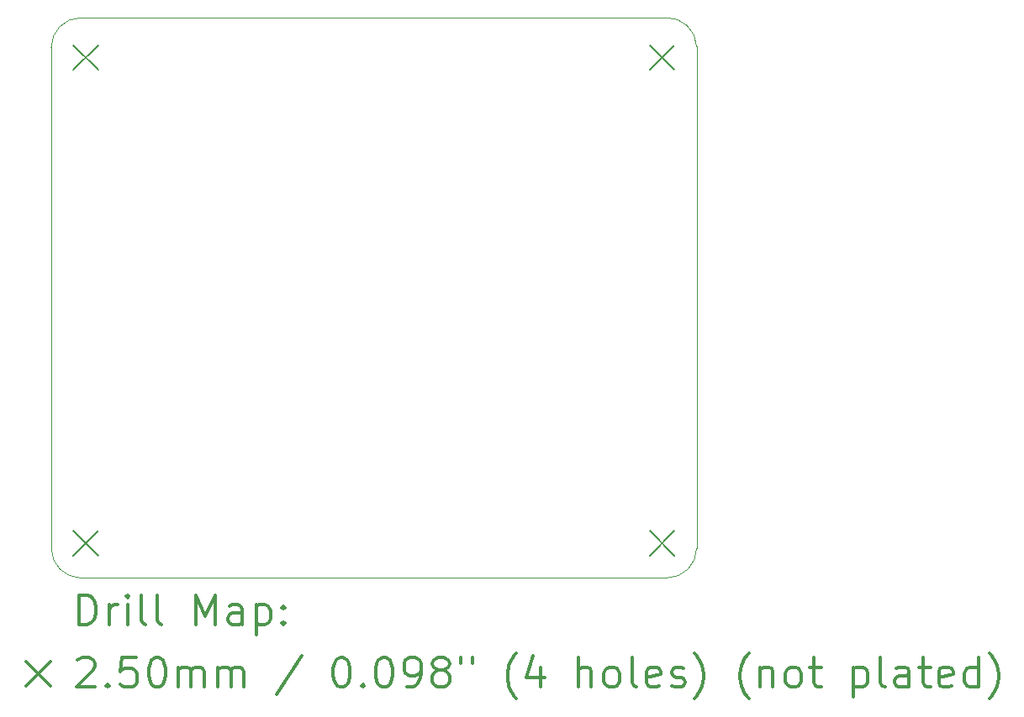
<source format=gbr>
%FSLAX45Y45*%
G04 Gerber Fmt 4.5, Leading zero omitted, Abs format (unit mm)*
G04 Created by KiCad (PCBNEW (5.1.7-0-10_14)) date 2020-11-05 09:31:54*
%MOMM*%
%LPD*%
G01*
G04 APERTURE LIST*
%TA.AperFunction,Profile*%
%ADD10C,0.100000*%
%TD*%
%ADD11C,0.200000*%
%ADD12C,0.300000*%
G04 APERTURE END LIST*
D10*
X17250000Y-6640000D02*
G75*
G03*
X16940000Y-6350000I-300000J-10000D01*
G01*
X17250000Y-11700000D02*
G75*
G02*
X16950000Y-12000000I-300000J0D01*
G01*
X10750000Y-11700000D02*
G75*
G03*
X11050000Y-12000000I300000J0D01*
G01*
X10750000Y-6650000D02*
G75*
G02*
X11050000Y-6350000I300000J0D01*
G01*
X11050000Y-6350000D02*
X16940000Y-6350000D01*
X10750000Y-11700000D02*
X10750000Y-6650000D01*
X16950000Y-12000000D02*
X11050000Y-12000000D01*
X17250000Y-6640000D02*
X17250000Y-11700000D01*
D11*
X16775000Y-11525000D02*
X17025000Y-11775000D01*
X17025000Y-11525000D02*
X16775000Y-11775000D01*
X10975000Y-11525000D02*
X11225000Y-11775000D01*
X11225000Y-11525000D02*
X10975000Y-11775000D01*
X10975000Y-6625000D02*
X11225000Y-6875000D01*
X11225000Y-6625000D02*
X10975000Y-6875000D01*
X16775000Y-6625000D02*
X17025000Y-6875000D01*
X17025000Y-6625000D02*
X16775000Y-6875000D01*
D12*
X11031428Y-12470714D02*
X11031428Y-12170714D01*
X11102857Y-12170714D01*
X11145714Y-12185000D01*
X11174286Y-12213571D01*
X11188571Y-12242143D01*
X11202857Y-12299286D01*
X11202857Y-12342143D01*
X11188571Y-12399286D01*
X11174286Y-12427857D01*
X11145714Y-12456429D01*
X11102857Y-12470714D01*
X11031428Y-12470714D01*
X11331428Y-12470714D02*
X11331428Y-12270714D01*
X11331428Y-12327857D02*
X11345714Y-12299286D01*
X11360000Y-12285000D01*
X11388571Y-12270714D01*
X11417143Y-12270714D01*
X11517143Y-12470714D02*
X11517143Y-12270714D01*
X11517143Y-12170714D02*
X11502857Y-12185000D01*
X11517143Y-12199286D01*
X11531428Y-12185000D01*
X11517143Y-12170714D01*
X11517143Y-12199286D01*
X11702857Y-12470714D02*
X11674286Y-12456429D01*
X11660000Y-12427857D01*
X11660000Y-12170714D01*
X11860000Y-12470714D02*
X11831428Y-12456429D01*
X11817143Y-12427857D01*
X11817143Y-12170714D01*
X12202857Y-12470714D02*
X12202857Y-12170714D01*
X12302857Y-12385000D01*
X12402857Y-12170714D01*
X12402857Y-12470714D01*
X12674286Y-12470714D02*
X12674286Y-12313571D01*
X12660000Y-12285000D01*
X12631428Y-12270714D01*
X12574286Y-12270714D01*
X12545714Y-12285000D01*
X12674286Y-12456429D02*
X12645714Y-12470714D01*
X12574286Y-12470714D01*
X12545714Y-12456429D01*
X12531428Y-12427857D01*
X12531428Y-12399286D01*
X12545714Y-12370714D01*
X12574286Y-12356429D01*
X12645714Y-12356429D01*
X12674286Y-12342143D01*
X12817143Y-12270714D02*
X12817143Y-12570714D01*
X12817143Y-12285000D02*
X12845714Y-12270714D01*
X12902857Y-12270714D01*
X12931428Y-12285000D01*
X12945714Y-12299286D01*
X12960000Y-12327857D01*
X12960000Y-12413571D01*
X12945714Y-12442143D01*
X12931428Y-12456429D01*
X12902857Y-12470714D01*
X12845714Y-12470714D01*
X12817143Y-12456429D01*
X13088571Y-12442143D02*
X13102857Y-12456429D01*
X13088571Y-12470714D01*
X13074286Y-12456429D01*
X13088571Y-12442143D01*
X13088571Y-12470714D01*
X13088571Y-12285000D02*
X13102857Y-12299286D01*
X13088571Y-12313571D01*
X13074286Y-12299286D01*
X13088571Y-12285000D01*
X13088571Y-12313571D01*
X10495000Y-12840000D02*
X10745000Y-13090000D01*
X10745000Y-12840000D02*
X10495000Y-13090000D01*
X11017143Y-12829286D02*
X11031428Y-12815000D01*
X11060000Y-12800714D01*
X11131428Y-12800714D01*
X11160000Y-12815000D01*
X11174286Y-12829286D01*
X11188571Y-12857857D01*
X11188571Y-12886429D01*
X11174286Y-12929286D01*
X11002857Y-13100714D01*
X11188571Y-13100714D01*
X11317143Y-13072143D02*
X11331428Y-13086429D01*
X11317143Y-13100714D01*
X11302857Y-13086429D01*
X11317143Y-13072143D01*
X11317143Y-13100714D01*
X11602857Y-12800714D02*
X11460000Y-12800714D01*
X11445714Y-12943571D01*
X11460000Y-12929286D01*
X11488571Y-12915000D01*
X11560000Y-12915000D01*
X11588571Y-12929286D01*
X11602857Y-12943571D01*
X11617143Y-12972143D01*
X11617143Y-13043571D01*
X11602857Y-13072143D01*
X11588571Y-13086429D01*
X11560000Y-13100714D01*
X11488571Y-13100714D01*
X11460000Y-13086429D01*
X11445714Y-13072143D01*
X11802857Y-12800714D02*
X11831428Y-12800714D01*
X11860000Y-12815000D01*
X11874286Y-12829286D01*
X11888571Y-12857857D01*
X11902857Y-12915000D01*
X11902857Y-12986429D01*
X11888571Y-13043571D01*
X11874286Y-13072143D01*
X11860000Y-13086429D01*
X11831428Y-13100714D01*
X11802857Y-13100714D01*
X11774286Y-13086429D01*
X11760000Y-13072143D01*
X11745714Y-13043571D01*
X11731428Y-12986429D01*
X11731428Y-12915000D01*
X11745714Y-12857857D01*
X11760000Y-12829286D01*
X11774286Y-12815000D01*
X11802857Y-12800714D01*
X12031428Y-13100714D02*
X12031428Y-12900714D01*
X12031428Y-12929286D02*
X12045714Y-12915000D01*
X12074286Y-12900714D01*
X12117143Y-12900714D01*
X12145714Y-12915000D01*
X12160000Y-12943571D01*
X12160000Y-13100714D01*
X12160000Y-12943571D02*
X12174286Y-12915000D01*
X12202857Y-12900714D01*
X12245714Y-12900714D01*
X12274286Y-12915000D01*
X12288571Y-12943571D01*
X12288571Y-13100714D01*
X12431428Y-13100714D02*
X12431428Y-12900714D01*
X12431428Y-12929286D02*
X12445714Y-12915000D01*
X12474286Y-12900714D01*
X12517143Y-12900714D01*
X12545714Y-12915000D01*
X12560000Y-12943571D01*
X12560000Y-13100714D01*
X12560000Y-12943571D02*
X12574286Y-12915000D01*
X12602857Y-12900714D01*
X12645714Y-12900714D01*
X12674286Y-12915000D01*
X12688571Y-12943571D01*
X12688571Y-13100714D01*
X13274286Y-12786429D02*
X13017143Y-13172143D01*
X13660000Y-12800714D02*
X13688571Y-12800714D01*
X13717143Y-12815000D01*
X13731428Y-12829286D01*
X13745714Y-12857857D01*
X13760000Y-12915000D01*
X13760000Y-12986429D01*
X13745714Y-13043571D01*
X13731428Y-13072143D01*
X13717143Y-13086429D01*
X13688571Y-13100714D01*
X13660000Y-13100714D01*
X13631428Y-13086429D01*
X13617143Y-13072143D01*
X13602857Y-13043571D01*
X13588571Y-12986429D01*
X13588571Y-12915000D01*
X13602857Y-12857857D01*
X13617143Y-12829286D01*
X13631428Y-12815000D01*
X13660000Y-12800714D01*
X13888571Y-13072143D02*
X13902857Y-13086429D01*
X13888571Y-13100714D01*
X13874286Y-13086429D01*
X13888571Y-13072143D01*
X13888571Y-13100714D01*
X14088571Y-12800714D02*
X14117143Y-12800714D01*
X14145714Y-12815000D01*
X14160000Y-12829286D01*
X14174286Y-12857857D01*
X14188571Y-12915000D01*
X14188571Y-12986429D01*
X14174286Y-13043571D01*
X14160000Y-13072143D01*
X14145714Y-13086429D01*
X14117143Y-13100714D01*
X14088571Y-13100714D01*
X14060000Y-13086429D01*
X14045714Y-13072143D01*
X14031428Y-13043571D01*
X14017143Y-12986429D01*
X14017143Y-12915000D01*
X14031428Y-12857857D01*
X14045714Y-12829286D01*
X14060000Y-12815000D01*
X14088571Y-12800714D01*
X14331428Y-13100714D02*
X14388571Y-13100714D01*
X14417143Y-13086429D01*
X14431428Y-13072143D01*
X14460000Y-13029286D01*
X14474286Y-12972143D01*
X14474286Y-12857857D01*
X14460000Y-12829286D01*
X14445714Y-12815000D01*
X14417143Y-12800714D01*
X14360000Y-12800714D01*
X14331428Y-12815000D01*
X14317143Y-12829286D01*
X14302857Y-12857857D01*
X14302857Y-12929286D01*
X14317143Y-12957857D01*
X14331428Y-12972143D01*
X14360000Y-12986429D01*
X14417143Y-12986429D01*
X14445714Y-12972143D01*
X14460000Y-12957857D01*
X14474286Y-12929286D01*
X14645714Y-12929286D02*
X14617143Y-12915000D01*
X14602857Y-12900714D01*
X14588571Y-12872143D01*
X14588571Y-12857857D01*
X14602857Y-12829286D01*
X14617143Y-12815000D01*
X14645714Y-12800714D01*
X14702857Y-12800714D01*
X14731428Y-12815000D01*
X14745714Y-12829286D01*
X14760000Y-12857857D01*
X14760000Y-12872143D01*
X14745714Y-12900714D01*
X14731428Y-12915000D01*
X14702857Y-12929286D01*
X14645714Y-12929286D01*
X14617143Y-12943571D01*
X14602857Y-12957857D01*
X14588571Y-12986429D01*
X14588571Y-13043571D01*
X14602857Y-13072143D01*
X14617143Y-13086429D01*
X14645714Y-13100714D01*
X14702857Y-13100714D01*
X14731428Y-13086429D01*
X14745714Y-13072143D01*
X14760000Y-13043571D01*
X14760000Y-12986429D01*
X14745714Y-12957857D01*
X14731428Y-12943571D01*
X14702857Y-12929286D01*
X14874286Y-12800714D02*
X14874286Y-12857857D01*
X14988571Y-12800714D02*
X14988571Y-12857857D01*
X15431428Y-13215000D02*
X15417143Y-13200714D01*
X15388571Y-13157857D01*
X15374286Y-13129286D01*
X15360000Y-13086429D01*
X15345714Y-13015000D01*
X15345714Y-12957857D01*
X15360000Y-12886429D01*
X15374286Y-12843571D01*
X15388571Y-12815000D01*
X15417143Y-12772143D01*
X15431428Y-12757857D01*
X15674286Y-12900714D02*
X15674286Y-13100714D01*
X15602857Y-12786429D02*
X15531428Y-13000714D01*
X15717143Y-13000714D01*
X16060000Y-13100714D02*
X16060000Y-12800714D01*
X16188571Y-13100714D02*
X16188571Y-12943571D01*
X16174286Y-12915000D01*
X16145714Y-12900714D01*
X16102857Y-12900714D01*
X16074286Y-12915000D01*
X16060000Y-12929286D01*
X16374286Y-13100714D02*
X16345714Y-13086429D01*
X16331428Y-13072143D01*
X16317143Y-13043571D01*
X16317143Y-12957857D01*
X16331428Y-12929286D01*
X16345714Y-12915000D01*
X16374286Y-12900714D01*
X16417143Y-12900714D01*
X16445714Y-12915000D01*
X16460000Y-12929286D01*
X16474286Y-12957857D01*
X16474286Y-13043571D01*
X16460000Y-13072143D01*
X16445714Y-13086429D01*
X16417143Y-13100714D01*
X16374286Y-13100714D01*
X16645714Y-13100714D02*
X16617143Y-13086429D01*
X16602857Y-13057857D01*
X16602857Y-12800714D01*
X16874286Y-13086429D02*
X16845714Y-13100714D01*
X16788571Y-13100714D01*
X16760000Y-13086429D01*
X16745714Y-13057857D01*
X16745714Y-12943571D01*
X16760000Y-12915000D01*
X16788571Y-12900714D01*
X16845714Y-12900714D01*
X16874286Y-12915000D01*
X16888571Y-12943571D01*
X16888571Y-12972143D01*
X16745714Y-13000714D01*
X17002857Y-13086429D02*
X17031428Y-13100714D01*
X17088571Y-13100714D01*
X17117143Y-13086429D01*
X17131428Y-13057857D01*
X17131428Y-13043571D01*
X17117143Y-13015000D01*
X17088571Y-13000714D01*
X17045714Y-13000714D01*
X17017143Y-12986429D01*
X17002857Y-12957857D01*
X17002857Y-12943571D01*
X17017143Y-12915000D01*
X17045714Y-12900714D01*
X17088571Y-12900714D01*
X17117143Y-12915000D01*
X17231428Y-13215000D02*
X17245714Y-13200714D01*
X17274286Y-13157857D01*
X17288571Y-13129286D01*
X17302857Y-13086429D01*
X17317143Y-13015000D01*
X17317143Y-12957857D01*
X17302857Y-12886429D01*
X17288571Y-12843571D01*
X17274286Y-12815000D01*
X17245714Y-12772143D01*
X17231428Y-12757857D01*
X17774286Y-13215000D02*
X17760000Y-13200714D01*
X17731428Y-13157857D01*
X17717143Y-13129286D01*
X17702857Y-13086429D01*
X17688571Y-13015000D01*
X17688571Y-12957857D01*
X17702857Y-12886429D01*
X17717143Y-12843571D01*
X17731428Y-12815000D01*
X17760000Y-12772143D01*
X17774286Y-12757857D01*
X17888571Y-12900714D02*
X17888571Y-13100714D01*
X17888571Y-12929286D02*
X17902857Y-12915000D01*
X17931428Y-12900714D01*
X17974286Y-12900714D01*
X18002857Y-12915000D01*
X18017143Y-12943571D01*
X18017143Y-13100714D01*
X18202857Y-13100714D02*
X18174286Y-13086429D01*
X18160000Y-13072143D01*
X18145714Y-13043571D01*
X18145714Y-12957857D01*
X18160000Y-12929286D01*
X18174286Y-12915000D01*
X18202857Y-12900714D01*
X18245714Y-12900714D01*
X18274286Y-12915000D01*
X18288571Y-12929286D01*
X18302857Y-12957857D01*
X18302857Y-13043571D01*
X18288571Y-13072143D01*
X18274286Y-13086429D01*
X18245714Y-13100714D01*
X18202857Y-13100714D01*
X18388571Y-12900714D02*
X18502857Y-12900714D01*
X18431428Y-12800714D02*
X18431428Y-13057857D01*
X18445714Y-13086429D01*
X18474286Y-13100714D01*
X18502857Y-13100714D01*
X18831428Y-12900714D02*
X18831428Y-13200714D01*
X18831428Y-12915000D02*
X18860000Y-12900714D01*
X18917143Y-12900714D01*
X18945714Y-12915000D01*
X18960000Y-12929286D01*
X18974286Y-12957857D01*
X18974286Y-13043571D01*
X18960000Y-13072143D01*
X18945714Y-13086429D01*
X18917143Y-13100714D01*
X18860000Y-13100714D01*
X18831428Y-13086429D01*
X19145714Y-13100714D02*
X19117143Y-13086429D01*
X19102857Y-13057857D01*
X19102857Y-12800714D01*
X19388571Y-13100714D02*
X19388571Y-12943571D01*
X19374286Y-12915000D01*
X19345714Y-12900714D01*
X19288571Y-12900714D01*
X19260000Y-12915000D01*
X19388571Y-13086429D02*
X19360000Y-13100714D01*
X19288571Y-13100714D01*
X19260000Y-13086429D01*
X19245714Y-13057857D01*
X19245714Y-13029286D01*
X19260000Y-13000714D01*
X19288571Y-12986429D01*
X19360000Y-12986429D01*
X19388571Y-12972143D01*
X19488571Y-12900714D02*
X19602857Y-12900714D01*
X19531428Y-12800714D02*
X19531428Y-13057857D01*
X19545714Y-13086429D01*
X19574286Y-13100714D01*
X19602857Y-13100714D01*
X19817143Y-13086429D02*
X19788571Y-13100714D01*
X19731428Y-13100714D01*
X19702857Y-13086429D01*
X19688571Y-13057857D01*
X19688571Y-12943571D01*
X19702857Y-12915000D01*
X19731428Y-12900714D01*
X19788571Y-12900714D01*
X19817143Y-12915000D01*
X19831428Y-12943571D01*
X19831428Y-12972143D01*
X19688571Y-13000714D01*
X20088571Y-13100714D02*
X20088571Y-12800714D01*
X20088571Y-13086429D02*
X20060000Y-13100714D01*
X20002857Y-13100714D01*
X19974286Y-13086429D01*
X19960000Y-13072143D01*
X19945714Y-13043571D01*
X19945714Y-12957857D01*
X19960000Y-12929286D01*
X19974286Y-12915000D01*
X20002857Y-12900714D01*
X20060000Y-12900714D01*
X20088571Y-12915000D01*
X20202857Y-13215000D02*
X20217143Y-13200714D01*
X20245714Y-13157857D01*
X20260000Y-13129286D01*
X20274286Y-13086429D01*
X20288571Y-13015000D01*
X20288571Y-12957857D01*
X20274286Y-12886429D01*
X20260000Y-12843571D01*
X20245714Y-12815000D01*
X20217143Y-12772143D01*
X20202857Y-12757857D01*
M02*

</source>
